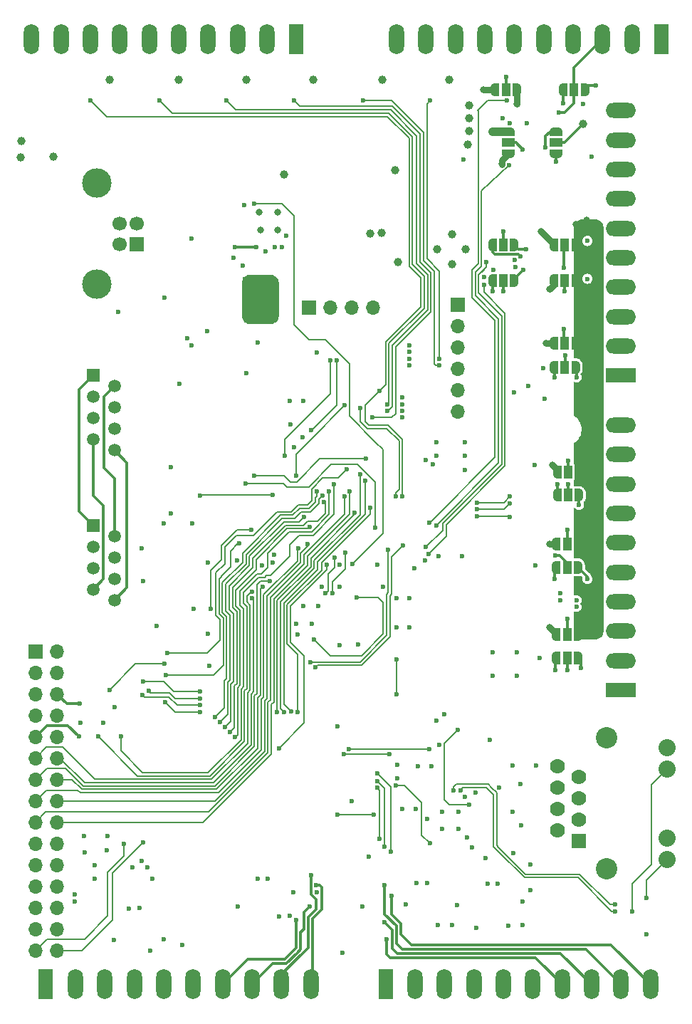
<source format=gbr>
%TF.GenerationSoftware,KiCad,Pcbnew,6.0.0-rc1-unknown-e56e61ffb5~144~ubuntu20.04.1*%
%TF.CreationDate,2021-11-28T18:30:16+01:00*%
%TF.ProjectId,Uni_Printer,556e695f-5072-4696-9e74-65722e6b6963,rev?*%
%TF.SameCoordinates,PX48009e0PY88da2e0*%
%TF.FileFunction,Copper,L4,Bot*%
%TF.FilePolarity,Positive*%
%FSLAX46Y46*%
G04 Gerber Fmt 4.6, Leading zero omitted, Abs format (unit mm)*
G04 Created by KiCad (PCBNEW 6.0.0-rc1-unknown-e56e61ffb5~144~ubuntu20.04.1) date 2021-11-28 18:30:16*
%MOMM*%
%LPD*%
G01*
G04 APERTURE LIST*
G04 Aperture macros list*
%AMFreePoly0*
4,1,22,0.550000,-0.750000,0.000000,-0.750000,0.000000,-0.745033,-0.079941,-0.743568,-0.215256,-0.701293,-0.333266,-0.622738,-0.424486,-0.514219,-0.481581,-0.384460,-0.499164,-0.250000,-0.500000,-0.250000,-0.500000,0.250000,-0.499164,0.250000,-0.499963,0.256109,-0.478152,0.396186,-0.417904,0.524511,-0.324060,0.630769,-0.204165,0.706417,-0.067858,0.745374,0.000000,0.744959,0.000000,0.750000,
0.550000,0.750000,0.550000,-0.750000,0.550000,-0.750000,$1*%
%AMFreePoly1*
4,1,20,0.000000,0.744959,0.073905,0.744508,0.209726,0.703889,0.328688,0.626782,0.421226,0.519385,0.479903,0.390333,0.500000,0.250000,0.500000,-0.250000,0.499851,-0.262216,0.476331,-0.402017,0.414519,-0.529596,0.319384,-0.634700,0.198574,-0.708877,0.061801,-0.746166,0.000000,-0.745033,0.000000,-0.750000,-0.550000,-0.750000,-0.550000,0.750000,0.000000,0.750000,0.000000,0.744959,
0.000000,0.744959,$1*%
G04 Aperture macros list end*
%TA.AperFunction,ComponentPad*%
%ADD10R,1.800000X3.600000*%
%TD*%
%TA.AperFunction,ComponentPad*%
%ADD11O,1.800000X3.600000*%
%TD*%
%TA.AperFunction,ComponentPad*%
%ADD12R,1.500000X1.500000*%
%TD*%
%TA.AperFunction,ComponentPad*%
%ADD13C,1.500000*%
%TD*%
%TA.AperFunction,ComponentPad*%
%ADD14R,3.600000X1.800000*%
%TD*%
%TA.AperFunction,ComponentPad*%
%ADD15O,3.600000X1.800000*%
%TD*%
%TA.AperFunction,ComponentPad*%
%ADD16R,1.700000X1.700000*%
%TD*%
%TA.AperFunction,ComponentPad*%
%ADD17O,1.700000X1.700000*%
%TD*%
%TA.AperFunction,ComponentPad*%
%ADD18R,1.778000X1.778000*%
%TD*%
%TA.AperFunction,ComponentPad*%
%ADD19C,1.778000*%
%TD*%
%TA.AperFunction,ComponentPad*%
%ADD20C,2.032000*%
%TD*%
%TA.AperFunction,ComponentPad*%
%ADD21C,2.540000*%
%TD*%
%TA.AperFunction,ComponentPad*%
%ADD22C,1.700000*%
%TD*%
%TA.AperFunction,ComponentPad*%
%ADD23C,3.500000*%
%TD*%
%TA.AperFunction,SMDPad,CuDef*%
%ADD24FreePoly0,0.000000*%
%TD*%
%TA.AperFunction,SMDPad,CuDef*%
%ADD25R,1.000000X1.500000*%
%TD*%
%TA.AperFunction,SMDPad,CuDef*%
%ADD26FreePoly1,0.000000*%
%TD*%
%TA.AperFunction,SMDPad,CuDef*%
%ADD27FreePoly0,180.000000*%
%TD*%
%TA.AperFunction,SMDPad,CuDef*%
%ADD28FreePoly1,180.000000*%
%TD*%
%TA.AperFunction,SMDPad,CuDef*%
%ADD29FreePoly0,90.000000*%
%TD*%
%TA.AperFunction,SMDPad,CuDef*%
%ADD30R,1.500000X1.000000*%
%TD*%
%TA.AperFunction,SMDPad,CuDef*%
%ADD31FreePoly1,90.000000*%
%TD*%
%TA.AperFunction,SMDPad,CuDef*%
%ADD32FreePoly0,270.000000*%
%TD*%
%TA.AperFunction,SMDPad,CuDef*%
%ADD33FreePoly1,270.000000*%
%TD*%
%TA.AperFunction,ViaPad*%
%ADD34C,0.600000*%
%TD*%
%TA.AperFunction,ViaPad*%
%ADD35C,1.000000*%
%TD*%
%TA.AperFunction,ViaPad*%
%ADD36C,0.800000*%
%TD*%
%TA.AperFunction,Conductor*%
%ADD37C,0.800000*%
%TD*%
%TA.AperFunction,Conductor*%
%ADD38C,0.200000*%
%TD*%
%TA.AperFunction,Conductor*%
%ADD39C,1.000000*%
%TD*%
%TA.AperFunction,Conductor*%
%ADD40C,0.300000*%
%TD*%
G04 APERTURE END LIST*
D10*
X4700000Y7500000D03*
D11*
X8200000Y7500000D03*
X11700000Y7500000D03*
X15200000Y7500000D03*
X18700000Y7500000D03*
X22200000Y7500000D03*
X25700000Y7500000D03*
X29200000Y7500000D03*
X32700000Y7500000D03*
X36200000Y7500000D03*
D12*
X10300000Y79900000D03*
D13*
X12840000Y78630000D03*
X10300000Y77360000D03*
X12840000Y76090000D03*
X10300000Y74820000D03*
X12840000Y73550000D03*
X10300000Y72280000D03*
X12840000Y71010000D03*
D14*
X73100000Y42500000D03*
D15*
X73100000Y46000000D03*
X73100000Y49500000D03*
X73100000Y53000000D03*
X73100000Y56500000D03*
X73100000Y60000000D03*
X73100000Y63500000D03*
X73100000Y67000000D03*
X73100000Y70500000D03*
X73100000Y74000000D03*
D16*
X3500000Y47120000D03*
D17*
X6040000Y47120000D03*
X3500000Y44580000D03*
X6040000Y44580000D03*
X3500000Y42040000D03*
X6040000Y42040000D03*
X3500000Y39500000D03*
X6040000Y39500000D03*
X3500000Y36960000D03*
X6040000Y36960000D03*
X3500000Y34420000D03*
X6040000Y34420000D03*
X3500000Y31880000D03*
X6040000Y31880000D03*
X3500000Y29340000D03*
X6040000Y29340000D03*
X3500000Y26800000D03*
X6040000Y26800000D03*
X3500000Y24260000D03*
X6040000Y24260000D03*
X3500000Y21720000D03*
X6040000Y21720000D03*
X3500000Y19180000D03*
X6040000Y19180000D03*
X3500000Y16640000D03*
X6040000Y16640000D03*
X3500000Y14100000D03*
X6040000Y14100000D03*
X3500000Y11560000D03*
X6040000Y11560000D03*
D16*
X53650000Y88275000D03*
D17*
X53650000Y85735000D03*
X53650000Y83195000D03*
X53650000Y80655000D03*
X53650000Y78115000D03*
X53650000Y75575000D03*
D10*
X77900000Y119900000D03*
D11*
X74400000Y119900000D03*
X70900000Y119900000D03*
X67400000Y119900000D03*
X63900000Y119900000D03*
X60400000Y119900000D03*
X56900000Y119900000D03*
X53400000Y119900000D03*
X49900000Y119900000D03*
X46400000Y119900000D03*
D10*
X34500000Y119900000D03*
D11*
X31000000Y119900000D03*
X27500000Y119900000D03*
X24000000Y119900000D03*
X20500000Y119900000D03*
X17000000Y119900000D03*
X13500000Y119900000D03*
X10000000Y119900000D03*
X6500000Y119900000D03*
X3000000Y119900000D03*
D10*
X45100000Y7500000D03*
D11*
X48600000Y7500000D03*
X52100000Y7500000D03*
X55600000Y7500000D03*
X59100000Y7500000D03*
X62600000Y7500000D03*
X66100000Y7500000D03*
X69600000Y7500000D03*
X73100000Y7500000D03*
X76600000Y7500000D03*
D14*
X73100000Y79900000D03*
D15*
X73100000Y83400000D03*
X73100000Y86900000D03*
X73100000Y90400000D03*
X73100000Y93900000D03*
X73100000Y97400000D03*
X73100000Y100900000D03*
X73100000Y104400000D03*
X73100000Y107900000D03*
X73100000Y111400000D03*
D18*
X68100000Y24600000D03*
D19*
X65560000Y25870000D03*
X68100000Y27140000D03*
X65560000Y28410000D03*
X68100000Y29680000D03*
X65560000Y30950000D03*
X68100000Y32220000D03*
X65560000Y33490000D03*
D20*
X78564800Y22395400D03*
X78564800Y24935000D03*
X78564800Y33130000D03*
X78564800Y35669200D03*
D21*
X71400000Y36795000D03*
X71400000Y21295000D03*
D16*
X15500000Y95500000D03*
D22*
X15500000Y98000000D03*
X13500000Y98000000D03*
X13500000Y95500000D03*
D23*
X10790000Y102770000D03*
X10790000Y90730000D03*
D16*
X36000000Y88000000D03*
D17*
X38540000Y88000000D03*
X41080000Y88000000D03*
X43620000Y88000000D03*
D12*
X10300000Y62100000D03*
D13*
X12840000Y60830000D03*
X10300000Y59560000D03*
X12840000Y58290000D03*
X10300000Y57020000D03*
X12840000Y55750000D03*
X10300000Y54480000D03*
X12840000Y53210000D03*
D24*
X65100000Y95400000D03*
D25*
X66400000Y95400000D03*
D26*
X67700000Y95400000D03*
D27*
X60400000Y91200000D03*
D25*
X59100000Y91200000D03*
D28*
X57800000Y91200000D03*
D24*
X65100000Y91200000D03*
D25*
X66400000Y91200000D03*
D26*
X67700000Y91200000D03*
D24*
X65100000Y83700000D03*
D25*
X66400000Y83700000D03*
D26*
X67700000Y83700000D03*
D27*
X68100000Y65700000D03*
D25*
X66800000Y65700000D03*
D28*
X65500000Y65700000D03*
D24*
X65400000Y59900000D03*
D25*
X66700000Y59900000D03*
D26*
X68000000Y59900000D03*
D27*
X67700000Y80900000D03*
D25*
X66400000Y80900000D03*
D28*
X65100000Y80900000D03*
D27*
X60700000Y113900000D03*
D25*
X59400000Y113900000D03*
D28*
X58100000Y113900000D03*
D24*
X65400000Y49100000D03*
D25*
X66700000Y49100000D03*
D26*
X68000000Y49100000D03*
D24*
X65500000Y68450000D03*
D25*
X66800000Y68450000D03*
D26*
X68100000Y68450000D03*
D29*
X65400000Y106300000D03*
D30*
X65400000Y107600000D03*
D31*
X65400000Y108900000D03*
D27*
X60400000Y95400000D03*
D25*
X59100000Y95400000D03*
D28*
X57800000Y95400000D03*
D27*
X68000000Y46300000D03*
D25*
X66700000Y46300000D03*
D28*
X65400000Y46300000D03*
D24*
X66200000Y113900000D03*
D25*
X67500000Y113900000D03*
D26*
X68800000Y113900000D03*
D27*
X68000000Y57100000D03*
D25*
X66700000Y57100000D03*
D28*
X65400000Y57100000D03*
D32*
X59700000Y108900000D03*
D30*
X59700000Y107600000D03*
D33*
X59700000Y106300000D03*
D34*
X54400000Y105600000D03*
X60700000Y47000000D03*
X33800000Y74100000D03*
X36900000Y82600000D03*
D35*
X54600000Y94900000D03*
D34*
X49800000Y57900000D03*
X51400000Y58400000D03*
X51300000Y14600000D03*
X22300000Y52200000D03*
X39650000Y54795581D03*
X11500000Y38600000D03*
X37490280Y54775125D03*
D35*
X51200000Y94900000D03*
D34*
X60400000Y77900000D03*
X51100000Y72000000D03*
X46400000Y53400000D03*
X15014505Y21391297D03*
X32400000Y15600000D03*
X47900000Y53400000D03*
X59900000Y109900000D03*
X19600000Y63500000D03*
X16800000Y21400000D03*
X53000000Y14600000D03*
X33700000Y15700000D03*
X9300000Y23200000D03*
X60500000Y92800000D03*
X35300000Y52500000D03*
X24000000Y57700000D03*
X51100000Y70400000D03*
X21500000Y84300000D03*
X31700000Y57700000D03*
X67800000Y53200000D03*
X30400000Y57300000D03*
X17100000Y11500000D03*
X57900000Y92500000D03*
X65900000Y53200000D03*
X18700000Y12900000D03*
X44800000Y54800000D03*
X9200000Y25150000D03*
X22000000Y83500000D03*
X61400000Y14587500D03*
X18700000Y62300000D03*
D35*
X53000000Y93100000D03*
D34*
X8800000Y38600000D03*
D35*
X53000000Y96700000D03*
D34*
X34200000Y71400000D03*
X59700000Y14500000D03*
X49900000Y69850000D03*
X37074998Y52500000D03*
X17900000Y50100000D03*
X11950000Y23500000D03*
X12900000Y40500000D03*
X36300000Y50400000D03*
X27000000Y93900000D03*
X20900000Y12200000D03*
X55900000Y14200000D03*
X14600000Y16500000D03*
X53800000Y28000000D03*
X36900000Y18500000D03*
D35*
X46200000Y104300000D03*
D34*
X48800000Y19600000D03*
X34600000Y49150000D03*
X53600000Y16900000D03*
X42300000Y16800000D03*
X31100000Y20100000D03*
X33300000Y96500000D03*
X58600000Y30900000D03*
X23900000Y85200000D03*
X54500000Y68700000D03*
X33700000Y76900000D03*
X64000000Y77100000D03*
X51800000Y26000000D03*
X47100000Y76500000D03*
X50040000Y19600000D03*
X28300000Y100200000D03*
X13300000Y87500000D03*
D35*
X52700000Y115100000D03*
D34*
X50700000Y69350000D03*
X51500000Y36000000D03*
X39600000Y47800000D03*
X69100000Y95900000D03*
X56800000Y91600000D03*
X31900000Y95200000D03*
D35*
X28500000Y115100000D03*
D34*
X24100000Y45400000D03*
D35*
X1700000Y105800000D03*
D34*
X29900000Y83800000D03*
X27500000Y16800000D03*
X57000000Y22500000D03*
D36*
X30200000Y97200000D03*
D34*
X19600000Y69000000D03*
X58400000Y19500000D03*
X61400000Y17387500D03*
X39400000Y38200000D03*
X15800000Y16600000D03*
D35*
X1750000Y107750000D03*
D34*
X54500000Y72000000D03*
X44080000Y57370000D03*
X62100000Y78700000D03*
X51800000Y28000000D03*
X48900000Y33450000D03*
D35*
X36500000Y115100000D03*
D34*
X39620000Y57400000D03*
D35*
X12300000Y115100000D03*
D34*
X28500000Y80200000D03*
X47900000Y83500000D03*
X12800000Y12800000D03*
X22100000Y62300000D03*
X22034411Y96200010D03*
X47100000Y28400000D03*
X35200000Y72600000D03*
X76100000Y13500000D03*
X63800000Y80800000D03*
X69600000Y105900000D03*
D35*
X43250000Y96800000D03*
D34*
X46400000Y50000000D03*
X69100000Y91400000D03*
X47900000Y82700000D03*
X10500000Y21700000D03*
D35*
X5600000Y105900000D03*
D34*
X47100000Y77300000D03*
X40000000Y11300000D03*
X57800000Y47000000D03*
X48500000Y57000000D03*
X59000000Y110500000D03*
D36*
X32300000Y99349998D03*
D34*
X16124500Y59350210D03*
X67800000Y52400000D03*
X60200000Y33500000D03*
X17400000Y20100000D03*
X50550000Y33450000D03*
X34500000Y50400000D03*
X41100000Y29300000D03*
X62800000Y69300000D03*
X47900000Y81900000D03*
D36*
X30100000Y99349998D03*
D34*
X57200000Y19500000D03*
X18800000Y89200000D03*
X47100000Y74900000D03*
X57500000Y36600000D03*
X52100000Y39600000D03*
D35*
X44700000Y115100000D03*
D34*
X47100000Y75700000D03*
X61900000Y109900000D03*
X41800000Y47900000D03*
X34100000Y18500000D03*
D35*
X44650000Y96850000D03*
D34*
X54500000Y70400000D03*
X63400000Y46300000D03*
X54200000Y58400000D03*
D35*
X33000000Y103800000D03*
D34*
X47900000Y81100000D03*
X47500000Y17000000D03*
X43100000Y22700000D03*
X35300000Y76900000D03*
X12000000Y25150000D03*
X10500000Y20100000D03*
X27400000Y57900000D03*
X16100000Y22200000D03*
X29900000Y20100000D03*
X24000000Y49200000D03*
X32800000Y95200000D03*
D36*
X32300000Y97200000D03*
D34*
X62300000Y18700000D03*
D35*
X20500000Y115100000D03*
D34*
X20600000Y78900000D03*
X16221011Y55421011D03*
X53800000Y26000000D03*
X47900000Y50000000D03*
X60434358Y93650000D03*
X62900000Y57300000D03*
X65900000Y54000003D03*
X28100000Y93000000D03*
X30800000Y94700000D03*
D35*
X46600000Y93400000D03*
D34*
X31800000Y58600000D03*
X68600000Y112200000D03*
D36*
X58900000Y105100000D03*
X56700000Y113900000D03*
X69000000Y98400000D03*
D34*
X30600000Y87100000D03*
X31700000Y87100000D03*
X28500000Y87100000D03*
X28400000Y91400000D03*
X30600000Y91400000D03*
X31700000Y91400000D03*
X29500000Y87100000D03*
D36*
X67700000Y97900000D03*
D34*
X29400000Y91400000D03*
X50300000Y35500000D03*
X40700000Y35500000D03*
X39407114Y27692886D03*
X43700000Y27692886D03*
X36600000Y48500000D03*
X41700000Y53500000D03*
X29500000Y100300000D03*
X41140000Y57480000D03*
X35400000Y63100000D03*
X26000000Y38100000D03*
X56000000Y63200000D03*
X59900000Y63100000D03*
X56000000Y64800000D03*
X59875735Y65524265D03*
X59900000Y64700000D03*
X56000000Y64000000D03*
X26600000Y37500000D03*
X37787851Y64860000D03*
D36*
X64200000Y83700000D03*
D35*
X55000000Y110500000D03*
D36*
X64600000Y59900000D03*
X64600000Y50000000D03*
X60700000Y112200000D03*
D35*
X54900000Y107400000D03*
X55000000Y109000000D03*
D36*
X64900000Y69300000D03*
X64600000Y90200000D03*
X63600000Y97000000D03*
D35*
X55000000Y112000000D03*
D36*
X57800000Y108900000D03*
D34*
X57100000Y93400000D03*
X49900000Y59500000D03*
X56775021Y90700000D03*
X50200000Y58700000D03*
X59500000Y112600000D03*
X50300000Y62400000D03*
X59800000Y104900000D03*
X51100000Y62100000D03*
X33865019Y39932041D03*
X23000000Y41500003D03*
X16900000Y42400000D03*
X42640000Y67400000D03*
X66500000Y82300000D03*
X23000000Y42300006D03*
X43240000Y64200000D03*
X16300000Y43500000D03*
X34664965Y39922604D03*
X18800000Y45600000D03*
X12250000Y42500000D03*
X18900000Y41100000D03*
X32200000Y39900000D03*
X41400000Y63600000D03*
X23049011Y39900846D03*
X45200000Y12900000D03*
X45000000Y14900000D03*
X45800000Y18000000D03*
X42040000Y68140000D03*
X16200000Y41900000D03*
X23000000Y40700000D03*
X33024265Y39924265D03*
X45000000Y19300000D03*
X36200000Y20500000D03*
X27675000Y59925000D03*
X19000000Y44300000D03*
X36850000Y19298437D03*
X19100000Y46900000D03*
X40480000Y68740000D03*
X36100000Y16800000D03*
X34500000Y15200000D03*
X44375735Y24775735D03*
X44074265Y30900000D03*
X45000000Y23899980D03*
X44113494Y31709300D03*
X45700000Y23299980D03*
X44085662Y32585662D03*
X8100000Y17400000D03*
X8124265Y18224265D03*
X66700000Y44900000D03*
X65300000Y44900000D03*
X65300000Y58500000D03*
X65200000Y55700000D03*
X66800000Y67000000D03*
X65500000Y67000000D03*
X65200000Y79700000D03*
X68300000Y45100000D03*
X69100000Y55700000D03*
X39020000Y58280000D03*
X37914579Y54000000D03*
X29200000Y54200000D03*
X48700000Y28400000D03*
X57800000Y44200000D03*
X55400000Y23800000D03*
X60300000Y23100000D03*
X61200000Y26400000D03*
X54500000Y29800000D03*
X63000000Y33500000D03*
X46450000Y33600000D03*
X60700000Y44200000D03*
X50000000Y27200000D03*
X46450000Y32000000D03*
X62300000Y21800000D03*
X54800000Y25000000D03*
X61100000Y31300000D03*
X60200000Y28000000D03*
X55800000Y30300000D03*
X51100000Y38900000D03*
X38790000Y54000000D03*
X29200000Y53400000D03*
X40310000Y58890000D03*
X31324266Y55424266D03*
X68100000Y64500000D03*
X65700000Y111200000D03*
X30475735Y54824265D03*
X34715735Y59364265D03*
X66700000Y61600000D03*
X66800000Y69800000D03*
X66300000Y85400000D03*
X25400000Y38700000D03*
X37620000Y65660000D03*
X24800000Y39300000D03*
X36940000Y66150000D03*
X43840001Y61840001D03*
X28490000Y67080000D03*
X66300000Y92700000D03*
X61800000Y94900000D03*
X61100000Y94100000D03*
X23000000Y65650000D03*
X31659265Y65669265D03*
X59400000Y115400000D03*
X66200000Y112300000D03*
X70100000Y114400000D03*
X53700000Y37800000D03*
X55000000Y28900000D03*
X29700000Y95200000D03*
X27200000Y95200000D03*
X66400000Y89924990D03*
X61500000Y92500000D03*
X57800000Y89900000D03*
X61400000Y106800000D03*
X46425000Y42000000D03*
X46350000Y31200000D03*
X50375735Y24275735D03*
X46375000Y46125000D03*
X45550000Y34900000D03*
X40100000Y34900000D03*
X67800000Y79700000D03*
X59100000Y89900000D03*
X72400000Y17000000D03*
X53199265Y30550735D03*
X72400000Y16200000D03*
X54000000Y30600000D03*
X74400000Y16200000D03*
X76100000Y17800000D03*
X65400000Y105300000D03*
X64100000Y107000000D03*
X40200000Y76400000D03*
X34430000Y68030000D03*
X50400000Y112600000D03*
X51500000Y81900000D03*
X34200000Y112600000D03*
X43500000Y74900000D03*
X18200000Y112600000D03*
X45300000Y76500000D03*
X42100000Y76000000D03*
X46300000Y65500000D03*
X51500000Y81100000D03*
X42400000Y112600000D03*
X26200000Y112600000D03*
X45300000Y75700000D03*
X44400000Y78100000D03*
X10000000Y112600000D03*
X47100000Y65500000D03*
X29150000Y61550000D03*
X24290000Y52200000D03*
X59100000Y97000000D03*
D35*
X68600000Y109800000D03*
D34*
X33100000Y70400000D03*
X38500000Y81700000D03*
X36224989Y73400000D03*
X39300000Y81700000D03*
X47140000Y59700000D03*
X36771014Y45240000D03*
X36180000Y45840000D03*
X45400000Y59200000D03*
X36075735Y61924265D03*
X27200000Y36900000D03*
X32400000Y35600000D03*
X38097571Y57400000D03*
X35775468Y59824532D03*
X38387851Y66100000D03*
X13600000Y37000000D03*
X38987851Y66985421D03*
X10900000Y37000000D03*
X8600000Y37000000D03*
X66700000Y51000000D03*
X13975000Y24225000D03*
X16275000Y24400000D03*
X8700000Y40900000D03*
X42800000Y70000000D03*
X29475000Y67975000D03*
X40190000Y65500000D03*
X40790000Y66110000D03*
D37*
X59700000Y106300000D02*
X58900000Y105500000D01*
X68150000Y68450000D02*
X68100000Y68450000D01*
X56700000Y113900000D02*
X58100000Y113900000D01*
X58900000Y105500000D02*
X58900000Y105027867D01*
D38*
X50300000Y35500000D02*
X40700000Y35500000D01*
X43700000Y27692886D02*
X39407114Y27692886D01*
X44800000Y49160000D02*
X44800000Y50250000D01*
X44799999Y62259999D02*
X44799999Y71100001D01*
X32800000Y100300000D02*
X34200000Y98900000D01*
X37950000Y84150000D02*
X35950000Y84150000D01*
X42240000Y46600000D02*
X38500000Y46600000D01*
X40800000Y75100000D02*
X40800000Y81300000D01*
X38500000Y46600000D02*
X36600000Y48500000D01*
X34200000Y98900000D02*
X34200000Y85900000D01*
X44200000Y53500000D02*
X44800000Y52900000D01*
X44800000Y52900000D02*
X44800000Y50250000D01*
X40800000Y81300000D02*
X37950000Y84150000D01*
X42240000Y46600000D02*
X44800000Y49160000D01*
X35950000Y84150000D02*
X34200000Y85900000D01*
X44799999Y61139999D02*
X44799999Y62259999D01*
X43900000Y72000000D02*
X44799999Y71100001D01*
X41140000Y57480000D02*
X44799999Y61139999D01*
X29500000Y100300000D02*
X32800000Y100300000D01*
X43900000Y72000000D02*
X40800000Y75100000D01*
X41700000Y53500000D02*
X44200000Y53500000D01*
X33000000Y62500000D02*
X34800000Y62500000D01*
X26700000Y38800000D02*
X26700000Y43200000D01*
X34800000Y62500000D02*
X35400000Y63100000D01*
X26000000Y38100000D02*
X26700000Y38800000D01*
X28900000Y58400000D02*
X33000000Y62500000D01*
X27000000Y51600000D02*
X26500000Y52100000D01*
X26500000Y54900000D02*
X28900000Y57300000D01*
X27000000Y43500000D02*
X27000000Y51600000D01*
X26700000Y43200000D02*
X27000000Y43500000D01*
X28900000Y57300000D02*
X28900000Y58400000D01*
X26500000Y52100000D02*
X26500000Y54900000D01*
X56000000Y63200000D02*
X59800000Y63200000D01*
X59800000Y63200000D02*
X59900000Y63100000D01*
X56000000Y64800000D02*
X59151470Y64800000D01*
X59151470Y64800000D02*
X59875735Y65524265D01*
X56000000Y64000000D02*
X59200000Y64000000D01*
X59200000Y64000000D02*
X59900000Y64700000D01*
X35800000Y62600000D02*
X37000000Y62600000D01*
X29300000Y57100000D02*
X29300000Y58200000D01*
X27100000Y38000000D02*
X27100000Y43000000D01*
X37900000Y64060000D02*
X37900000Y64747851D01*
X27400000Y51800000D02*
X26900000Y52300000D01*
X26600000Y37500000D02*
X27100000Y38000000D01*
X37000000Y62600000D02*
X37900000Y63500000D01*
X27400000Y43300000D02*
X27400000Y44300000D01*
X29300000Y58200000D02*
X33200000Y62100000D01*
X26900000Y52300000D02*
X26900000Y54700000D01*
X37900000Y64747851D02*
X37787851Y64860000D01*
X33200000Y62100000D02*
X35300000Y62100000D01*
X37900000Y63500000D02*
X37900000Y64060000D01*
X27400000Y44300000D02*
X27400000Y51800000D01*
X27100000Y43000000D02*
X27400000Y43300000D01*
X26900000Y54700000D02*
X29300000Y57100000D01*
X35300000Y62100000D02*
X35800000Y62600000D01*
D37*
X65400000Y59900000D02*
X64600000Y59900000D01*
X65100000Y91200000D02*
X65100000Y90700000D01*
D39*
X57800000Y108900000D02*
X58599998Y108900000D01*
D37*
X65100000Y95400000D02*
X65100000Y95500000D01*
X65100000Y90700000D02*
X64600000Y90200000D01*
X65400000Y49100000D02*
X64600000Y50000000D01*
X65100000Y95500000D02*
X63600000Y97000000D01*
X65500000Y68700000D02*
X64900000Y69300000D01*
D39*
X59700000Y108900000D02*
X59685000Y108885000D01*
D37*
X65100000Y83700000D02*
X64200000Y83700000D01*
X65500000Y68450000D02*
X65500000Y68700000D01*
D39*
X58599998Y108900000D02*
X59700000Y108900000D01*
D37*
X60700000Y113900000D02*
X60700000Y112200000D01*
D38*
X58900000Y87000000D02*
X56175011Y89724989D01*
X58900000Y69334302D02*
X58900000Y87000000D01*
X49900000Y59500000D02*
X51900000Y61500000D01*
X56175011Y91875011D02*
X56800000Y92500000D01*
X56175011Y89724989D02*
X56175011Y91875011D01*
X51900000Y61500000D02*
X51900000Y62334302D01*
X56175011Y91875011D02*
X57100000Y92800000D01*
X51900000Y62334302D02*
X58900000Y69334302D01*
X57100000Y92800000D02*
X57100000Y93400000D01*
X56775021Y89824979D02*
X56775021Y90700000D01*
X59300000Y71100000D02*
X59300018Y71099982D01*
X52300008Y62168596D02*
X52300008Y60800008D01*
X52300008Y60800008D02*
X50200000Y58700000D01*
X59300000Y87300000D02*
X59300000Y86400000D01*
X59300000Y87300000D02*
X59300000Y71100000D01*
X52300000Y62168604D02*
X52300008Y62168596D01*
X59300017Y69168621D02*
X52300000Y62168604D01*
X59300018Y71099982D02*
X59300017Y69168621D01*
X59300000Y87300000D02*
X56775021Y89824979D01*
X55374971Y92474971D02*
X56100000Y93200000D01*
X58100000Y86450000D02*
X58100000Y85550000D01*
X57200000Y112600000D02*
X59500000Y112600000D01*
X55374971Y89175029D02*
X55374971Y90350029D01*
X50600000Y62700000D02*
X50300000Y62400000D01*
X55374971Y89175029D02*
X55374971Y92474971D01*
X56050000Y111450000D02*
X57200000Y112600000D01*
X58100000Y86450000D02*
X58100000Y70200000D01*
X58100000Y86450000D02*
X55374971Y89175029D01*
X56100000Y93200000D02*
X56100000Y111400000D01*
X58100000Y70200000D02*
X50600000Y62700000D01*
X56100000Y111400000D02*
X56050000Y111450000D01*
X55774991Y89375007D02*
X55774991Y92174991D01*
X56500000Y99000000D02*
X56500000Y99400000D01*
X59800000Y104900000D02*
X56500000Y101900000D01*
X58500000Y69500000D02*
X51100000Y62100000D01*
X55774991Y92174991D02*
X56500000Y92900000D01*
X55774991Y89375007D02*
X55924999Y89224999D01*
X56500000Y101900000D02*
X56500000Y99000000D01*
X58500000Y86649998D02*
X58500000Y69500000D01*
X55774991Y89375007D02*
X58500000Y86649998D01*
X56500000Y92900000D02*
X56500000Y99000000D01*
X20099997Y41500003D02*
X19400000Y42200000D01*
X23000000Y41500003D02*
X20099997Y41500003D01*
X33000066Y40796994D02*
X33000066Y52817857D01*
X33000066Y52817857D02*
X37000066Y56817857D01*
X19400000Y42200000D02*
X17100000Y42200000D01*
X37000066Y56817857D02*
X37000066Y57746364D01*
X42640000Y63386300D02*
X42640000Y67400000D01*
X37000066Y57746364D02*
X42640000Y63386300D01*
X17100000Y42200000D02*
X16900000Y42400000D01*
X33865019Y39932041D02*
X33000066Y40796994D01*
D40*
X66500000Y80900000D02*
X66500000Y82300000D01*
D38*
X43240000Y63420602D02*
X43240000Y64200000D01*
X23000000Y42300006D02*
X19899994Y42300006D01*
X33400077Y52652169D02*
X37497570Y56749662D01*
X18700000Y43500000D02*
X16300000Y43500000D01*
X34664965Y46735035D02*
X33400077Y47999923D01*
X37497570Y57678167D02*
X43240000Y63420602D01*
X37497570Y56749662D02*
X37497570Y57678167D01*
X19899994Y42300006D02*
X18700000Y43500000D01*
X33400077Y47999923D02*
X33400077Y52652169D01*
X34664965Y39922604D02*
X34664965Y46735035D01*
X12250000Y42500000D02*
X15350000Y45600000D01*
X15350000Y45600000D02*
X18800000Y45600000D01*
X18900000Y41100000D02*
X20099154Y39900846D01*
X20099154Y39900846D02*
X23049011Y39900846D01*
X41400000Y63400000D02*
X41400000Y63600000D01*
X36200044Y57149234D02*
X36200044Y58200044D01*
X32200044Y53149234D02*
X36200044Y57149234D01*
X32200000Y39900000D02*
X32200044Y39900044D01*
X32200044Y39900044D02*
X32200044Y53149234D01*
X36200044Y58200044D02*
X41400000Y63400000D01*
D40*
X62900000Y10700000D02*
X45600000Y10700000D01*
X63400000Y10200000D02*
X62900000Y10700000D01*
X45600000Y10700000D02*
X45200000Y11100000D01*
X66100000Y7500000D02*
X63400000Y10200000D01*
X45200000Y11100000D02*
X45200000Y12900000D01*
X65900000Y11200000D02*
X46500000Y11200000D01*
X45900000Y11800000D02*
X45900000Y14000000D01*
X45900000Y14000000D02*
X45000000Y14900000D01*
X46500000Y11200000D02*
X45900000Y11800000D01*
X69600000Y7500000D02*
X65900000Y11200000D01*
X76600000Y7500000D02*
X71900000Y12200000D01*
X46900020Y13499980D02*
X46900020Y14699980D01*
X71900000Y12200000D02*
X48200000Y12200000D01*
X48200000Y12200000D02*
X46900020Y13499980D01*
X45800000Y15800000D02*
X45800000Y18000000D01*
X46900020Y14699980D02*
X45800000Y15800000D01*
D38*
X20300000Y40700000D02*
X19299999Y41700001D01*
X32600055Y52983545D02*
X36600055Y56983545D01*
X32600055Y40348475D02*
X32600055Y52983545D01*
X36600055Y57912053D02*
X42040000Y63351998D01*
X23000000Y40700000D02*
X20300000Y40700000D01*
X19299999Y41700001D02*
X16399999Y41700001D01*
X42040000Y63351998D02*
X42040000Y68140000D01*
X36600055Y56983545D02*
X36600055Y57912053D01*
X16399999Y41700001D02*
X16200000Y41900000D01*
X33024265Y39924265D02*
X32600055Y40348475D01*
D40*
X46400010Y12399990D02*
X46400010Y14461992D01*
X46400010Y14461992D02*
X45000000Y15862002D01*
X73100000Y7500000D02*
X68900000Y11700000D01*
X47100000Y11700000D02*
X46400010Y12399990D01*
X45000000Y15862002D02*
X45000000Y19300000D01*
X68900000Y11700000D02*
X47100000Y11700000D01*
X35457120Y11442880D02*
X35900010Y11885770D01*
X32700000Y7500000D02*
X32700000Y8685760D01*
X35900010Y15500010D02*
X36800000Y16400000D01*
X32700000Y8685760D02*
X35457120Y11442880D01*
X35900010Y11885770D02*
X35900010Y15500010D01*
X36800000Y16400000D02*
X36800000Y17600000D01*
X36200000Y18200000D02*
X36200000Y20500000D01*
X36800000Y17600000D02*
X36200000Y18200000D01*
D38*
X27550000Y59925000D02*
X27675000Y59925000D01*
X25554837Y56054837D02*
X26675000Y57175000D01*
X25290000Y51570000D02*
X25290000Y55708530D01*
X26675000Y59050000D02*
X27550000Y59925000D01*
X19000000Y44300000D02*
X24600000Y44300000D01*
X25800000Y51060000D02*
X25290000Y51570000D01*
X25554837Y55973367D02*
X25554837Y56054837D01*
X26675000Y57175000D02*
X26675000Y59050000D01*
X25800000Y45500000D02*
X25800000Y51060000D01*
X24600000Y44300000D02*
X25800000Y45500000D01*
X25290000Y55708530D02*
X25554837Y55973367D01*
D40*
X37550001Y19022700D02*
X37550001Y16442881D01*
X36400020Y15292900D02*
X36400020Y7700020D01*
X37550001Y16442881D02*
X36400020Y15292900D01*
X37274264Y19298437D02*
X37550001Y19022700D01*
X36850000Y19298437D02*
X37274264Y19298437D01*
X36400020Y7700020D02*
X36200000Y7500000D01*
D38*
X25400000Y50870000D02*
X24890000Y51380000D01*
X24890000Y51380000D02*
X24890000Y56438002D01*
X36320000Y65050000D02*
X36320000Y66418002D01*
X29363499Y60911501D02*
X32161998Y63710000D01*
X37601998Y67700000D02*
X39440000Y67700000D01*
X33880000Y63710000D02*
X34700000Y64530000D01*
X27336501Y60911501D02*
X29363499Y60911501D01*
X23900000Y46900000D02*
X25400000Y48400000D01*
X25400000Y48400000D02*
X25400000Y50870000D01*
X32161998Y63710000D02*
X33880000Y63710000D01*
X25975999Y57524001D02*
X25975999Y59550999D01*
X35800000Y64530000D02*
X36320000Y65050000D01*
X39440000Y67700000D02*
X40480000Y68740000D01*
X19100000Y46900000D02*
X23900000Y46900000D01*
X25975999Y59550999D02*
X27336501Y60911501D01*
X24890000Y56438002D02*
X25975999Y57524001D01*
X36320000Y66418002D02*
X37601998Y67700000D01*
X34700000Y64530000D02*
X35800000Y64530000D01*
D40*
X34603560Y11296440D02*
X35000010Y11692890D01*
X32600000Y10000000D02*
X32600008Y9999992D01*
X33307112Y9999992D02*
X34603560Y11296440D01*
X35000010Y13692890D02*
X35400000Y14092880D01*
X31700000Y10000000D02*
X29200000Y7500000D01*
X35400000Y14092880D02*
X35400000Y16100000D01*
X32600000Y10000000D02*
X31700000Y10000000D01*
X32600008Y9999992D02*
X33307112Y9999992D01*
X35400000Y16100000D02*
X36100000Y16800000D01*
X35000010Y11692890D02*
X35000010Y13692890D01*
X34500000Y11900000D02*
X33100000Y10500000D01*
X28700000Y10500000D02*
X25700000Y7500000D01*
X33100000Y10500000D02*
X28700000Y10500000D01*
X34500000Y15200000D02*
X34500000Y11900000D01*
D38*
X44375735Y24775735D02*
X44375735Y30598530D01*
X44375735Y30598530D02*
X44074265Y30900000D01*
X45000000Y30822794D02*
X44113494Y31709300D01*
X45000000Y23899980D02*
X45000000Y30822794D01*
X45700000Y31010796D02*
X44125134Y32585662D01*
X44125134Y32585662D02*
X44085662Y32585662D01*
X45700000Y23299980D02*
X45700000Y31010796D01*
D40*
X66700000Y44900000D02*
X66700000Y45800000D01*
X66700000Y45800000D02*
X66700000Y46300000D01*
X65300000Y46200000D02*
X65400000Y46300000D01*
X65300000Y44900000D02*
X65300000Y46200000D01*
X66700000Y57594990D02*
X66700000Y57100000D01*
X65794990Y58500000D02*
X66700000Y57594990D01*
X65300000Y58500000D02*
X65794990Y58500000D01*
X65200000Y55700000D02*
X65200000Y56900000D01*
X65200000Y56900000D02*
X65400000Y57100000D01*
X66800000Y65700000D02*
X66800000Y67000000D01*
X65500000Y65700000D02*
X65500000Y67000000D01*
X65200000Y80900000D02*
X65200000Y79700000D01*
X68300000Y45100000D02*
X68300000Y46000000D01*
X68300000Y46000000D02*
X68000000Y46300000D01*
X69100000Y55700000D02*
X69100000Y56000000D01*
X69100000Y56000000D02*
X68000000Y57100000D01*
D38*
X28599999Y53000001D02*
X28599999Y53699999D01*
X4780000Y35700000D02*
X6700000Y35700000D01*
X29000000Y52200000D02*
X29000000Y52600000D01*
X10500000Y31900000D02*
X24400000Y31900000D01*
X38230000Y54315421D02*
X38230000Y56270000D01*
X28700000Y42200000D02*
X29000000Y42500000D01*
X28599999Y53699999D02*
X29100000Y54200000D01*
X38230000Y56270000D02*
X39020000Y57060000D01*
X29100000Y54200000D02*
X29200000Y54200000D01*
X28700000Y36200000D02*
X28700000Y42200000D01*
X3500000Y34420000D02*
X4780000Y35700000D01*
X6700000Y35700000D02*
X10500000Y31900000D01*
X39020000Y57060000D02*
X39020000Y58280000D01*
X29000000Y52600000D02*
X28599999Y53000001D01*
X24400000Y31900000D02*
X28700000Y36200000D01*
X37914579Y54000000D02*
X38230000Y54315421D01*
X29000000Y42500000D02*
X29000000Y52200000D01*
X29400000Y42300000D02*
X29400000Y53200000D01*
X40310000Y56930000D02*
X40310000Y58890000D01*
X6377094Y34420000D02*
X9297094Y31500000D01*
X6040000Y34420000D02*
X6377094Y34420000D01*
X38790000Y54000000D02*
X38790000Y55410000D01*
X29100000Y42000000D02*
X29400000Y42300000D01*
X29100000Y36000000D02*
X29100000Y42000000D01*
X29400000Y53200000D02*
X29200000Y53400000D01*
X24600000Y31500000D02*
X29100000Y36000000D01*
X38790000Y55410000D02*
X40310000Y56930000D01*
X9297094Y31500000D02*
X24600000Y31500000D01*
X30224266Y55424266D02*
X31324266Y55424266D01*
X29800000Y55000000D02*
X30224266Y55424266D01*
X29800000Y42100000D02*
X29800000Y53500000D01*
X4820000Y33200000D02*
X7031396Y33200000D01*
X7031396Y33200000D02*
X9131396Y31100000D01*
X29800000Y53500000D02*
X29800000Y54200000D01*
X3500000Y31880000D02*
X4820000Y33200000D01*
X29500000Y41800000D02*
X29800000Y42100000D01*
X24800000Y31100000D02*
X29500000Y35800000D01*
X29500000Y35800000D02*
X29500000Y41800000D01*
X9131396Y31100000D02*
X24800000Y31100000D01*
X29800000Y54200000D02*
X29800000Y55000000D01*
D40*
X68100000Y64500000D02*
X68100000Y65700000D01*
X66400000Y111200000D02*
X65700000Y111200000D01*
X67500000Y116500000D02*
X70900000Y119900000D01*
X67500000Y112300000D02*
X66400000Y111200000D01*
X67500000Y113900000D02*
X67500000Y112300000D01*
X67500000Y113900000D02*
X67500000Y116500000D01*
D38*
X25000000Y30700000D02*
X29900000Y35600000D01*
X7785699Y31879999D02*
X8965698Y30700000D01*
X30200000Y54548530D02*
X30475735Y54824265D01*
X30200000Y53500000D02*
X30200000Y54548530D01*
X30200000Y41900000D02*
X30200000Y53500000D01*
X29900000Y41600000D02*
X30200000Y41900000D01*
X29900000Y35600000D02*
X29900000Y41600000D01*
X6040000Y31880000D02*
X7785699Y31879999D01*
X8965698Y30700000D02*
X25000000Y30700000D01*
X30600000Y41665698D02*
X30600000Y53811998D01*
X25200000Y30300000D02*
X30300000Y35400000D01*
X3500000Y29340000D02*
X4760000Y30600000D01*
X4760000Y30600000D02*
X8500000Y30600000D01*
X30600000Y53811998D02*
X34600000Y57811998D01*
X8500000Y30600000D02*
X8800000Y30300000D01*
X30300001Y41365699D02*
X30600000Y41665698D01*
X34600000Y59248530D02*
X34715735Y59364265D01*
X30300000Y35400000D02*
X30300001Y41365699D01*
X34600000Y57811998D02*
X34600000Y59248530D01*
X8800000Y30300000D02*
X25200000Y30300000D01*
D40*
X66700000Y59900000D02*
X66700000Y61600000D01*
X66800000Y68450000D02*
X66800000Y69800000D01*
X66300000Y85400000D02*
X66300000Y83800000D01*
X66300000Y83800000D02*
X66400000Y83700000D01*
D38*
X26100000Y55100000D02*
X28500000Y57500000D01*
X28500000Y58600000D02*
X32800000Y62900000D01*
X37150000Y65190000D02*
X37620000Y65660000D01*
X32800000Y62900000D02*
X34270000Y62900000D01*
X37150000Y64710000D02*
X37150000Y65190000D01*
X36140001Y63700001D02*
X37150000Y64710000D01*
X26600000Y43700000D02*
X26600000Y51434302D01*
X26300000Y39600000D02*
X26300000Y43400000D01*
X26100000Y51934302D02*
X26100000Y55100000D01*
X26300000Y43400000D02*
X26600000Y43700000D01*
X26600000Y51434302D02*
X26100000Y51934302D01*
X34270000Y62900000D02*
X35070001Y63700001D01*
X28500000Y57500000D02*
X28500000Y58600000D01*
X25400000Y38700000D02*
X26300000Y39600000D01*
X35070001Y63700001D02*
X36140001Y63700001D01*
X25690000Y55260000D02*
X28100000Y57670000D01*
X35960000Y64110000D02*
X36750000Y64900000D01*
X26200000Y43900000D02*
X26200000Y51260000D01*
X36940000Y65550000D02*
X36940000Y66150000D01*
X25900000Y40400000D02*
X25900000Y43600000D01*
X28100000Y58780000D02*
X32630000Y63310000D01*
X32630000Y63310000D02*
X34050000Y63310000D01*
X34050000Y63310000D02*
X34850000Y64110000D01*
X25900000Y43600000D02*
X26200000Y43900000D01*
X34850000Y64110000D02*
X35960000Y64110000D01*
X26200000Y51260000D02*
X25690000Y51770000D01*
X36750000Y65360000D02*
X36940000Y65550000D01*
X25690000Y51770000D02*
X25690000Y55260000D01*
X36750000Y64900000D02*
X36750000Y65360000D01*
X24800000Y39300000D02*
X25900000Y40400000D01*
X28100000Y57670000D02*
X28100000Y58780000D01*
X35950000Y66650000D02*
X33350000Y66650000D01*
X32920000Y67080000D02*
X28490000Y67080000D01*
X43840001Y61840001D02*
X43840001Y67228001D01*
X33350000Y66650000D02*
X32920000Y67080000D01*
X43840001Y67228001D02*
X41718002Y69350000D01*
X38650000Y69350000D02*
X35950000Y66650000D01*
X41718002Y69350000D02*
X38650000Y69350000D01*
D40*
X66300000Y95300000D02*
X66400000Y95400000D01*
X66300000Y92700000D02*
X66300000Y95300000D01*
X60900000Y94900000D02*
X60400000Y95400000D01*
X61800000Y94900000D02*
X60900000Y94900000D01*
X58100000Y94300000D02*
X60900000Y94300000D01*
X57800000Y95400000D02*
X57800000Y94600000D01*
X57800000Y94600000D02*
X58100000Y94300000D01*
X60900000Y94300000D02*
X61100000Y94100000D01*
D38*
X23019265Y65669265D02*
X23000000Y65650000D01*
X31659265Y65669265D02*
X23019265Y65669265D01*
D40*
X59400000Y113900000D02*
X59400000Y115400000D01*
X66200000Y113900000D02*
X66200000Y112300000D01*
X70100000Y114400000D02*
X69300000Y114400000D01*
X69300000Y114400000D02*
X68800000Y113900000D01*
D38*
X52700000Y28900000D02*
X52100000Y29500000D01*
X55000000Y28900000D02*
X52700000Y28900000D01*
X52100000Y29500000D02*
X52100000Y36200000D01*
X52100000Y36200000D02*
X53700000Y37800000D01*
D40*
X29700000Y95200000D02*
X27200000Y95200000D01*
X66400000Y91200000D02*
X66400000Y89924990D01*
X60400000Y91400000D02*
X61500000Y92500000D01*
X60400000Y91200000D02*
X60400000Y91400000D01*
X57800000Y89900000D02*
X57800000Y91200000D01*
X59700000Y107600000D02*
X60600000Y107600000D01*
X60600000Y107600000D02*
X61400000Y106800000D01*
D38*
X46375000Y46125000D02*
X46375000Y42050000D01*
X49400000Y29100000D02*
X49400000Y25251470D01*
X49400000Y25251470D02*
X50375735Y24275735D01*
X46375000Y42050000D02*
X46425000Y42000000D01*
X47300000Y31200000D02*
X46350000Y31200000D01*
X49400000Y29100000D02*
X47300000Y31200000D01*
X45550000Y34900000D02*
X40100000Y34900000D01*
D40*
X67800000Y80900000D02*
X67800000Y79700000D01*
X59100000Y89900000D02*
X59100000Y91200000D01*
D38*
X58532849Y23832849D02*
X58300000Y24065698D01*
X58300000Y30300000D02*
X57700000Y30900000D01*
X53199265Y30974999D02*
X53524266Y31300000D01*
X58532849Y23832849D02*
X61765698Y20600000D01*
X55865698Y31300000D02*
X57300000Y31300000D01*
X53199265Y30550735D02*
X53199265Y30974999D01*
X53524266Y31300000D02*
X55865698Y31300000D01*
X61765698Y20600000D02*
X61765706Y20600008D01*
X61765706Y20600008D02*
X68165690Y20600008D01*
X57300000Y31300000D02*
X57700000Y30900000D01*
X58300000Y24065698D02*
X58300000Y30300000D01*
X71765698Y17000000D02*
X72400000Y17000000D01*
X68165690Y20600008D02*
X71765698Y17000000D01*
X61600000Y20200000D02*
X68000000Y20200000D01*
X72000000Y16200000D02*
X72400000Y16200000D01*
X57900000Y30100000D02*
X57100000Y30900000D01*
X57900000Y23900000D02*
X57900000Y30100000D01*
X58500000Y23300000D02*
X57900000Y23900000D01*
X57100000Y30900000D02*
X54299999Y30899999D01*
X68000000Y20200000D02*
X72000000Y16200000D01*
X54299999Y30899999D02*
X54000000Y30600000D01*
X58500000Y23300000D02*
X61600000Y20200000D01*
X76700000Y31265200D02*
X78564800Y33130000D01*
X74400000Y19500000D02*
X76700000Y21800000D01*
X74400000Y16200000D02*
X74400000Y19500000D01*
X76700000Y21800000D02*
X76700000Y31265200D01*
X76100000Y19930600D02*
X78564800Y22395400D01*
X76100000Y17800000D02*
X76100000Y19930600D01*
D40*
X65400000Y106300000D02*
X65400000Y105300000D01*
X64100000Y107000000D02*
X64100000Y108344959D01*
X64655041Y108900000D02*
X65400000Y108900000D01*
X64100000Y108344959D02*
X64655041Y108900000D01*
D38*
X50000000Y93800000D02*
X50000000Y112200000D01*
X51500000Y92300000D02*
X50000000Y93800000D01*
X51500000Y81900000D02*
X51500000Y92300000D01*
X34430000Y70530000D02*
X34430000Y68030000D01*
X50000000Y112200000D02*
X50400000Y112600000D01*
X36135000Y72235000D02*
X34430000Y70530000D01*
X40200000Y76400000D02*
X36135000Y72235000D01*
X45800000Y74900000D02*
X46300000Y75400000D01*
X34900000Y111900000D02*
X45900000Y111900000D01*
X49200000Y93800000D02*
X49200000Y93400000D01*
X50500000Y92100000D02*
X50500000Y87500000D01*
X46300000Y75400000D02*
X46300000Y83300000D01*
X49200000Y108600000D02*
X49200000Y93800000D01*
X34200000Y112600000D02*
X34900000Y111900000D01*
X45900000Y111900000D02*
X49200000Y108600000D01*
X43500000Y74900000D02*
X45800000Y74900000D01*
X49200000Y93400000D02*
X50500000Y92100000D01*
X50500000Y87500000D02*
X47300000Y84300000D01*
X46300000Y83300000D02*
X47300000Y84300000D01*
X42100000Y74400000D02*
X42100000Y76000000D01*
X48300000Y108300000D02*
X48300000Y93100000D01*
X46300000Y66000000D02*
X46700000Y66400000D01*
X45500000Y83700000D02*
X45500000Y77400000D01*
X49700000Y91700000D02*
X49700000Y87900000D01*
X19700020Y111099980D02*
X45500020Y111099980D01*
X45200000Y73600000D02*
X42900000Y73600000D01*
X45500000Y77400000D02*
X45500000Y76700000D01*
X46300000Y65500000D02*
X46300000Y66000000D01*
X42900000Y73600000D02*
X42100000Y74400000D01*
X48300000Y93100000D02*
X49700000Y91700000D01*
X49700000Y87900000D02*
X45500000Y83700000D01*
X45500000Y76700000D02*
X45300000Y76500000D01*
X18200000Y112600000D02*
X19700020Y111099980D01*
X46700000Y66400000D02*
X46700000Y72100000D01*
X46700000Y72100000D02*
X45200000Y73600000D01*
X45500020Y111099980D02*
X48300000Y108300000D01*
X51500000Y81100000D02*
X51075736Y81100000D01*
X49600000Y93600000D02*
X49600000Y108800000D01*
X49600000Y108800000D02*
X45800000Y112600000D01*
X45800000Y112600000D02*
X42400000Y112600000D01*
X50900000Y81275736D02*
X50900000Y85900000D01*
X50900000Y85900000D02*
X50900000Y92300000D01*
X50900000Y92300000D02*
X49600000Y93600000D01*
X51075736Y81100000D02*
X50900000Y81275736D01*
X48799990Y108400010D02*
X45700010Y111499990D01*
X50100000Y91900000D02*
X48799990Y93200010D01*
X48799990Y95799990D02*
X48799990Y108400010D01*
X50100000Y87700000D02*
X50100000Y91900000D01*
X45900000Y76200000D02*
X45900000Y83500000D01*
X27300010Y111499990D02*
X26200000Y112600000D01*
X45900000Y83500000D02*
X50100000Y87700000D01*
X45700010Y111499990D02*
X27300010Y111499990D01*
X45300000Y75700000D02*
X45400000Y75700000D01*
X45400000Y75700000D02*
X45900000Y76200000D01*
X48799990Y93200010D02*
X48799990Y95799990D01*
X49300000Y88100000D02*
X45100000Y83900000D01*
X44400000Y78100000D02*
X42700000Y76400000D01*
X45300030Y110699970D02*
X47900000Y108100000D01*
X10000000Y112600000D02*
X11900030Y110699970D01*
X42700000Y74400000D02*
X42700000Y76300000D01*
X45100000Y83900000D02*
X45100000Y78800000D01*
X47900000Y108100000D02*
X47900000Y92900000D01*
X47900000Y92900000D02*
X49300000Y91500000D01*
X47100000Y65500000D02*
X47100000Y72300000D01*
X49300000Y91500000D02*
X49300000Y88100000D01*
X45100000Y78800000D02*
X44400000Y78100000D01*
X45400000Y74000000D02*
X43100000Y74000000D01*
X47100000Y72300000D02*
X45400000Y74000000D01*
X11900030Y110699970D02*
X45300030Y110699970D01*
X42700000Y76400000D02*
X42700000Y76300000D01*
X43100000Y74000000D02*
X42700000Y74400000D01*
X25575988Y57975988D02*
X25575988Y59716688D01*
X25575988Y59716688D02*
X27409300Y61550000D01*
X24290000Y52200000D02*
X24290000Y56690000D01*
X27409300Y61550000D02*
X29150000Y61550000D01*
X24290000Y56690000D02*
X25575988Y57975988D01*
D40*
X59100000Y95400000D02*
X59100000Y97000000D01*
X65400000Y107600000D02*
X66400000Y107600000D01*
X66400000Y107600000D02*
X68600000Y109800000D01*
D38*
X33100000Y70400000D02*
X33100000Y72300000D01*
X33100000Y72300000D02*
X38500000Y77700000D01*
X38500000Y77700000D02*
X38500000Y81700000D01*
X39300000Y76400000D02*
X36300000Y73400000D01*
X39300000Y81700000D02*
X39300000Y76400000D01*
X36300000Y73400000D02*
X36224989Y73400000D01*
D40*
X8600000Y78200000D02*
X8600000Y63800000D01*
X8600000Y63800000D02*
X10300000Y62100000D01*
X10300000Y79900000D02*
X8600000Y78200000D01*
X12840000Y60830000D02*
X12840000Y67660000D01*
X12840000Y67660000D02*
X11600000Y68900000D01*
X11600000Y77390000D02*
X11600000Y68900000D01*
X12840000Y78630000D02*
X11600000Y77390000D01*
X10300000Y72280000D02*
X10300000Y65600000D01*
X11500000Y64400000D02*
X11500000Y55680000D01*
X11500000Y55680000D02*
X10300000Y54480000D01*
X10300000Y65600000D02*
X11500000Y64400000D01*
X12840000Y53210000D02*
X14300000Y54670000D01*
X14300000Y69550000D02*
X12840000Y71010000D01*
X14300000Y54670000D02*
X14300000Y69550000D01*
D38*
X36771014Y45251014D02*
X36959990Y45439990D01*
X45600020Y53704321D02*
X45800011Y53904312D01*
X36771014Y45240000D02*
X36771014Y45251014D01*
X42211387Y45439990D02*
X45600020Y48828622D01*
X45600020Y48828622D02*
X45600020Y53704321D01*
X45800011Y53904312D02*
X45800011Y58360011D01*
X45800011Y58360011D02*
X47140000Y59700000D01*
X36959990Y45439990D02*
X42211387Y45439990D01*
X36180000Y45840000D02*
X42045698Y45840000D01*
X45400001Y54070001D02*
X45400001Y59199999D01*
X45200010Y53870010D02*
X45400001Y54070001D01*
X45400001Y59199999D02*
X45400000Y59200000D01*
X45200010Y48994311D02*
X45200010Y53870010D01*
X42045698Y45840000D02*
X45200010Y48994311D01*
X27500000Y37200000D02*
X27500000Y42800000D01*
X33400000Y61700000D02*
X35851470Y61700000D01*
X27800000Y43100000D02*
X27800000Y52000000D01*
X27200000Y36900000D02*
X27500000Y37200000D01*
X29700000Y58000000D02*
X33400000Y61700000D01*
X27500000Y42800000D02*
X27800000Y43100000D01*
X27800000Y52000000D02*
X27300000Y52500000D01*
X29700000Y56800000D02*
X29700000Y58000000D01*
X27300000Y54400000D02*
X29700000Y56800000D01*
X27300000Y52500000D02*
X27300000Y54400000D01*
X35851470Y61700000D02*
X36075735Y61924265D01*
X33800088Y52486481D02*
X33800088Y48199912D01*
X33800088Y48199912D02*
X35400000Y46600000D01*
X35400000Y46600000D02*
X35400000Y38600000D01*
X38097571Y57400000D02*
X38097571Y56783964D01*
X35400000Y38600000D02*
X32400000Y35600000D01*
X38097571Y56783964D02*
X33800088Y52486481D01*
X30700012Y41200010D02*
X31000011Y41500009D01*
X35000011Y57646309D02*
X35000011Y58800011D01*
X31000011Y53646309D02*
X35000011Y57646309D01*
X6040000Y29340000D02*
X24805700Y29340000D01*
X35000011Y58800011D02*
X35775468Y59575468D01*
X24805700Y29340000D02*
X30700011Y35234311D01*
X35775468Y59575468D02*
X35775468Y59824532D01*
X31000011Y41500009D02*
X31000011Y53646309D01*
X30700011Y35234311D02*
X30700012Y41200010D01*
X16200000Y32700000D02*
X24000000Y32700000D01*
X30288002Y56300000D02*
X31100000Y57111998D01*
X13600000Y35300000D02*
X16200000Y32700000D01*
X28600000Y55100000D02*
X29800000Y56300000D01*
X24000000Y32700000D02*
X27900000Y36600000D01*
X29800000Y56300000D02*
X30288002Y56300000D01*
X28200000Y42900000D02*
X28200000Y51800000D01*
X31100000Y58788002D02*
X33611998Y61300000D01*
X28200000Y52200000D02*
X27799979Y52600021D01*
X31100000Y57111998D02*
X31100000Y58788002D01*
X27900000Y42500000D02*
X27900000Y42600000D01*
X27799979Y52600021D02*
X27799979Y54299979D01*
X36300000Y61300000D02*
X38387851Y63387851D01*
X27900000Y42600000D02*
X28200000Y42900000D01*
X13600000Y37000000D02*
X13600000Y35300000D01*
X33611998Y61300000D02*
X36300000Y61300000D01*
X28200000Y51800000D02*
X28200000Y52200000D01*
X38387851Y63387851D02*
X38387851Y66100000D01*
X27799979Y54299979D02*
X28600000Y55100000D01*
X27900000Y36600000D02*
X27900000Y42500000D01*
X10900000Y37000000D02*
X15600000Y32300000D01*
D40*
X4840000Y38300000D02*
X7300000Y38300000D01*
D38*
X28199989Y54099989D02*
X30000000Y55900000D01*
X33699992Y58400008D02*
X33699992Y59802222D01*
X36500000Y60900000D02*
X38987851Y63387851D01*
X28300000Y36400000D02*
X28300000Y42400000D01*
X30936999Y56125001D02*
X31424985Y56125001D01*
X15600000Y32300000D02*
X24200000Y32300000D01*
X28600000Y42700000D02*
X28600000Y52400000D01*
X38987851Y63387851D02*
X38987851Y66985421D01*
X28300000Y42400000D02*
X28600000Y42700000D01*
D40*
X3500000Y36960000D02*
X4840000Y38300000D01*
D38*
X28199989Y52800011D02*
X28199989Y54099989D01*
X28600000Y52400000D02*
X28199989Y52800011D01*
X24200000Y32300000D02*
X28300000Y36400000D01*
X33699992Y59802222D02*
X34797770Y60900000D01*
X30711998Y55900000D02*
X30936999Y56125001D01*
X30000000Y55900000D02*
X30711998Y55900000D01*
X34797770Y60900000D02*
X36500000Y60900000D01*
X31424985Y56125001D02*
X33699992Y58400008D01*
D40*
X7300000Y38300000D02*
X8600000Y37000000D01*
X66700000Y49100000D02*
X66700000Y51000000D01*
D38*
X12050000Y20475000D02*
X12050000Y20875000D01*
X4790000Y12850000D02*
X4900000Y12850000D01*
X3500000Y11560000D02*
X4790000Y12850000D01*
X12050000Y20875000D02*
X13975000Y22800000D01*
X9275000Y12900000D02*
X12050000Y15675000D01*
X9225000Y12850000D02*
X9275000Y12900000D01*
X12050000Y15675000D02*
X12050000Y20475000D01*
X4900000Y12850000D02*
X9225000Y12850000D01*
X13975000Y22800000D02*
X13975000Y24225000D01*
X12600000Y20725000D02*
X16275000Y24400000D01*
X8960000Y11560000D02*
X12600000Y15200000D01*
X12600000Y15200000D02*
X12600000Y20725000D01*
X6040000Y11560000D02*
X8960000Y11560000D01*
D40*
X6040000Y42040000D02*
X7180000Y40900000D01*
X7180000Y40900000D02*
X8700000Y40900000D01*
D38*
X33080000Y67930000D02*
X33770000Y67240000D01*
X37288002Y70000000D02*
X37400000Y70000000D01*
X29475000Y67975000D02*
X33035000Y67975000D01*
X34528002Y67240000D02*
X37288002Y70000000D01*
X33770000Y67240000D02*
X34528002Y67240000D01*
X42800000Y70000000D02*
X37400000Y70000000D01*
X33035000Y67975000D02*
X33080000Y67930000D01*
X31100022Y35068622D02*
X31100023Y41034321D01*
X35400022Y58600556D02*
X40190000Y63390534D01*
X31400022Y41334320D02*
X31400022Y53480620D01*
X3500000Y26800000D02*
X4700000Y28000000D01*
X40190000Y63390534D02*
X40190000Y65500000D01*
X35400022Y57480620D02*
X35400022Y58600556D01*
X4700000Y28000000D02*
X24031400Y28000000D01*
X24031400Y28000000D02*
X31100022Y35068622D01*
X31100023Y41034321D02*
X31400022Y41334320D01*
X31400022Y53480620D02*
X35400022Y57480620D01*
X23397100Y26800000D02*
X31500033Y34902933D01*
X40790000Y63390000D02*
X40790000Y66110000D01*
X31500034Y40800034D02*
X31800033Y41100033D01*
X6040000Y26800000D02*
X23397100Y26800000D01*
X31500033Y34902933D02*
X31500034Y40800034D01*
X35800033Y57314931D02*
X35800033Y58400033D01*
X35800033Y58400033D02*
X40790000Y63390000D01*
X31800033Y53314931D02*
X35800033Y57314931D01*
X31800033Y41100033D02*
X31800033Y53314931D01*
%TA.AperFunction,Conductor*%
G36*
X31404843Y91899523D02*
G01*
X31585388Y91881741D01*
X31604418Y91877955D01*
X31688886Y91852333D01*
X31773353Y91826710D01*
X31791283Y91819283D01*
X31946969Y91736067D01*
X31963106Y91725285D01*
X32099573Y91613290D01*
X32113290Y91599573D01*
X32180102Y91518163D01*
X32225285Y91463106D01*
X32236067Y91446969D01*
X32319283Y91291283D01*
X32326710Y91273353D01*
X32377955Y91104420D01*
X32381741Y91085386D01*
X32399523Y90904843D01*
X32400000Y90895139D01*
X32400000Y87004861D01*
X32399523Y86995157D01*
X32381741Y86814614D01*
X32377955Y86795580D01*
X32326710Y86626647D01*
X32319283Y86608717D01*
X32236067Y86453031D01*
X32225285Y86436894D01*
X32113290Y86300427D01*
X32099573Y86286710D01*
X32018163Y86219898D01*
X31963106Y86174715D01*
X31946969Y86163933D01*
X31791283Y86080717D01*
X31773353Y86073290D01*
X31688887Y86047668D01*
X31604418Y86022045D01*
X31585388Y86018259D01*
X31404843Y86000477D01*
X31395139Y86000000D01*
X29004861Y86000000D01*
X28995157Y86000477D01*
X28814612Y86018259D01*
X28795582Y86022045D01*
X28711114Y86047667D01*
X28626647Y86073290D01*
X28608717Y86080717D01*
X28453031Y86163933D01*
X28436894Y86174715D01*
X28381837Y86219898D01*
X28300427Y86286710D01*
X28286710Y86300427D01*
X28174715Y86436894D01*
X28163933Y86453031D01*
X28080717Y86608717D01*
X28073290Y86626647D01*
X28022045Y86795580D01*
X28018259Y86814614D01*
X28000477Y86995157D01*
X28000000Y87004861D01*
X28000000Y90895139D01*
X28000477Y90904843D01*
X28018259Y91085386D01*
X28022045Y91104420D01*
X28073290Y91273353D01*
X28080717Y91291283D01*
X28163933Y91446969D01*
X28174715Y91463106D01*
X28219898Y91518163D01*
X28286710Y91599573D01*
X28300427Y91613290D01*
X28436894Y91725285D01*
X28453031Y91736067D01*
X28608717Y91819283D01*
X28626647Y91826710D01*
X28711113Y91852332D01*
X28795582Y91877955D01*
X28814612Y91881741D01*
X28995157Y91899523D01*
X29004861Y91900000D01*
X31395139Y91900000D01*
X31404843Y91899523D01*
G37*
%TD.AperFunction*%
%TA.AperFunction,Conductor*%
G36*
X70002396Y98499764D02*
G01*
X70190287Y98481258D01*
X70199708Y98479384D01*
X70378066Y98425280D01*
X70386940Y98421604D01*
X70551311Y98333746D01*
X70559298Y98328410D01*
X70703376Y98210169D01*
X70710169Y98203376D01*
X70828410Y98059298D01*
X70833746Y98051311D01*
X70921604Y97886940D01*
X70925280Y97878066D01*
X70979384Y97699708D01*
X70981258Y97690287D01*
X70999764Y97502396D01*
X71000000Y97497593D01*
X71000000Y97452871D01*
X70999996Y97452230D01*
X70998074Y97305406D01*
X70998455Y97303191D01*
X70998455Y97303186D01*
X70999292Y97298316D01*
X71000000Y97290019D01*
X71000000Y93952871D01*
X70999996Y93952230D01*
X70998074Y93805406D01*
X70998455Y93803191D01*
X70998455Y93803186D01*
X70999292Y93798316D01*
X71000000Y93790019D01*
X71000000Y90452871D01*
X70999996Y90452230D01*
X70998074Y90305406D01*
X70998455Y90303191D01*
X70998455Y90303186D01*
X70999292Y90298316D01*
X71000000Y90290019D01*
X71000000Y86952871D01*
X70999996Y86952230D01*
X70998074Y86805406D01*
X70998455Y86803191D01*
X70998455Y86803186D01*
X70999292Y86798316D01*
X71000000Y86790019D01*
X71000000Y83452871D01*
X70999996Y83452230D01*
X70998074Y83305406D01*
X70998455Y83303191D01*
X70998455Y83303186D01*
X70999292Y83298316D01*
X71000000Y83290019D01*
X71000000Y80851778D01*
X70999670Y80846105D01*
X70999500Y80844646D01*
X70999500Y78955354D01*
X70999670Y78953922D01*
X70999757Y78952460D01*
X70999750Y78952460D01*
X71000000Y78948244D01*
X71000000Y74052871D01*
X70999996Y74052230D01*
X70998074Y73905406D01*
X70998455Y73903191D01*
X70998455Y73903186D01*
X70999292Y73898316D01*
X71000000Y73890019D01*
X71000000Y70552871D01*
X70999996Y70552230D01*
X70998074Y70405406D01*
X70998455Y70403191D01*
X70998455Y70403186D01*
X70999292Y70398316D01*
X71000000Y70390019D01*
X71000000Y67052871D01*
X70999996Y67052230D01*
X70998074Y66905406D01*
X70998455Y66903191D01*
X70998455Y66903186D01*
X70999292Y66898316D01*
X71000000Y66890019D01*
X71000000Y63552871D01*
X70999996Y63552230D01*
X70998074Y63405406D01*
X70998455Y63403191D01*
X70998455Y63403186D01*
X70999292Y63398316D01*
X71000000Y63390019D01*
X71000000Y60052871D01*
X70999996Y60052230D01*
X70998074Y59905406D01*
X70998455Y59903191D01*
X70998455Y59903186D01*
X70999292Y59898316D01*
X71000000Y59890019D01*
X71000000Y56552871D01*
X70999996Y56552230D01*
X70998074Y56405406D01*
X70998455Y56403191D01*
X70998455Y56403186D01*
X70999292Y56398316D01*
X71000000Y56390019D01*
X71000000Y53052871D01*
X70999996Y53052230D01*
X70998074Y52905406D01*
X70998455Y52903191D01*
X70998455Y52903186D01*
X70999292Y52898316D01*
X71000000Y52890019D01*
X71000000Y49552871D01*
X70999996Y49552230D01*
X70999234Y49494030D01*
X70999002Y49489868D01*
X70981258Y49309713D01*
X70979384Y49300292D01*
X70925280Y49121934D01*
X70921604Y49113060D01*
X70833746Y48948689D01*
X70828410Y48940702D01*
X70710169Y48796624D01*
X70703376Y48789831D01*
X70559298Y48671590D01*
X70551311Y48666254D01*
X70386940Y48578396D01*
X70378066Y48574720D01*
X70199708Y48520616D01*
X70190287Y48518742D01*
X70002396Y48500236D01*
X69997593Y48500000D01*
X68502407Y48500000D01*
X68497604Y48500236D01*
X68309713Y48518742D01*
X68300292Y48520616D01*
X68121934Y48574720D01*
X68113060Y48578396D01*
X67948689Y48666254D01*
X67940702Y48671590D01*
X67796624Y48789831D01*
X67789831Y48796624D01*
X67671590Y48940702D01*
X67666254Y48948689D01*
X67578396Y49113060D01*
X67574720Y49121934D01*
X67520616Y49300292D01*
X67518742Y49309713D01*
X67500736Y49492527D01*
X67500500Y49497330D01*
X67500500Y49894646D01*
X67500330Y49896078D01*
X67500243Y49897540D01*
X67500250Y49897540D01*
X67500000Y49901756D01*
X67500000Y51800954D01*
X67514352Y51835602D01*
X67549000Y51849954D01*
X67567749Y51846225D01*
X67643238Y51814956D01*
X67800000Y51794318D01*
X67803183Y51794737D01*
X67953580Y51814537D01*
X67953581Y51814537D01*
X67956762Y51814956D01*
X67959724Y51816183D01*
X67959728Y51816184D01*
X68099875Y51874235D01*
X68099878Y51874237D01*
X68102841Y51875464D01*
X68228282Y51971718D01*
X68324536Y52097159D01*
X68325765Y52100125D01*
X68383816Y52240272D01*
X68383817Y52240276D01*
X68385044Y52243238D01*
X68405682Y52400000D01*
X68385044Y52556762D01*
X68383817Y52559724D01*
X68383816Y52559728D01*
X68325765Y52699875D01*
X68325763Y52699878D01*
X68324536Y52702841D01*
X68272872Y52770171D01*
X68263165Y52806396D01*
X68272872Y52829829D01*
X68322580Y52894610D01*
X68324536Y52897159D01*
X68325765Y52900125D01*
X68383816Y53040272D01*
X68383817Y53040276D01*
X68385044Y53043238D01*
X68405682Y53200000D01*
X68385044Y53356762D01*
X68383817Y53359724D01*
X68383816Y53359728D01*
X68325765Y53499875D01*
X68325763Y53499878D01*
X68324536Y53502841D01*
X68228282Y53628282D01*
X68102841Y53724536D01*
X68099878Y53725763D01*
X68099875Y53725765D01*
X67959728Y53783816D01*
X67959724Y53783817D01*
X67956762Y53785044D01*
X67953581Y53785463D01*
X67953580Y53785463D01*
X67803183Y53805263D01*
X67800000Y53805682D01*
X67643238Y53785044D01*
X67567750Y53753776D01*
X67530249Y53753776D01*
X67503730Y53780294D01*
X67500000Y53799046D01*
X67500000Y55995295D01*
X67514352Y56029943D01*
X67549000Y56044295D01*
X67990932Y56044295D01*
X67991230Y56044294D01*
X68066688Y56043833D01*
X68152562Y56055596D01*
X68290271Y56094953D01*
X68291864Y56095665D01*
X68291868Y56095667D01*
X68313141Y56105182D01*
X68350629Y56106229D01*
X68367796Y56095101D01*
X68518510Y55944387D01*
X68532862Y55909739D01*
X68529132Y55890988D01*
X68516185Y55859731D01*
X68516184Y55859725D01*
X68514956Y55856762D01*
X68494318Y55700000D01*
X68514956Y55543238D01*
X68516183Y55540276D01*
X68516184Y55540272D01*
X68574235Y55400125D01*
X68575464Y55397159D01*
X68671718Y55271718D01*
X68797159Y55175464D01*
X68800122Y55174237D01*
X68800125Y55174235D01*
X68940272Y55116184D01*
X68940276Y55116183D01*
X68943238Y55114956D01*
X68946419Y55114537D01*
X68946420Y55114537D01*
X69096817Y55094737D01*
X69100000Y55094318D01*
X69103183Y55094737D01*
X69253580Y55114537D01*
X69253581Y55114537D01*
X69256762Y55114956D01*
X69259724Y55116183D01*
X69259728Y55116184D01*
X69399875Y55174235D01*
X69399878Y55174237D01*
X69402841Y55175464D01*
X69528282Y55271718D01*
X69624536Y55397159D01*
X69625765Y55400125D01*
X69683816Y55540272D01*
X69683817Y55540276D01*
X69685044Y55543238D01*
X69705682Y55700000D01*
X69685044Y55856762D01*
X69683817Y55859724D01*
X69683816Y55859728D01*
X69625765Y55999875D01*
X69625763Y55999878D01*
X69624536Y56002841D01*
X69584056Y56055596D01*
X69545959Y56105245D01*
X69536378Y56127788D01*
X69535995Y56130337D01*
X69535993Y56130344D01*
X69535449Y56133962D01*
X69533863Y56137263D01*
X69532848Y56140563D01*
X69531684Y56143963D01*
X69531025Y56147573D01*
X69503427Y56200701D01*
X69502746Y56202065D01*
X69478395Y56252777D01*
X69478394Y56252779D01*
X69476809Y56256079D01*
X69474323Y56258768D01*
X69472264Y56261798D01*
X69472553Y56261994D01*
X69471714Y56263187D01*
X69471427Y56262994D01*
X69469865Y56265312D01*
X69468579Y56267788D01*
X69466767Y56269910D01*
X69464893Y56272105D01*
X69464885Y56272113D01*
X69464275Y56272828D01*
X69425967Y56311136D01*
X69424633Y56312523D01*
X69387342Y56352865D01*
X69387340Y56352866D01*
X69384854Y56355556D01*
X69381687Y56357395D01*
X69378827Y56359687D01*
X69378857Y56359724D01*
X69372446Y56364657D01*
X68820057Y56917046D01*
X68805705Y56951694D01*
X68805705Y57283595D01*
X68806288Y57291133D01*
X68806903Y57295083D01*
X68806903Y57295086D01*
X68807170Y57296799D01*
X68808228Y57383466D01*
X68789658Y57525480D01*
X68766349Y57608966D01*
X68708666Y57740059D01*
X68662864Y57813643D01*
X68626129Y57857345D01*
X68571833Y57921939D01*
X68571830Y57921943D01*
X68570707Y57923278D01*
X68506091Y57981051D01*
X68386866Y58060414D01*
X68385292Y58061165D01*
X68310203Y58096981D01*
X68310199Y58096983D01*
X68308632Y58097730D01*
X68171926Y58140440D01*
X68086366Y58154298D01*
X68084630Y58154330D01*
X68084628Y58154330D01*
X67944914Y58156891D01*
X67943167Y58156923D01*
X67941435Y58156707D01*
X67941431Y58156707D01*
X67936409Y58156081D01*
X67930351Y58155705D01*
X67549000Y58155705D01*
X67514352Y58170057D01*
X67500000Y58204705D01*
X67500000Y59098222D01*
X67500330Y59103897D01*
X67500336Y59103945D01*
X67500336Y59103950D01*
X67500500Y59105354D01*
X67500500Y60694646D01*
X67500330Y60696078D01*
X67500243Y60697540D01*
X67500250Y60697540D01*
X67500000Y60701756D01*
X67500000Y64151157D01*
X67514352Y64185805D01*
X67549000Y64200157D01*
X67583648Y64185805D01*
X67587874Y64180986D01*
X67671718Y64071718D01*
X67797159Y63975464D01*
X67800122Y63974237D01*
X67800125Y63974235D01*
X67940272Y63916184D01*
X67940276Y63916183D01*
X67943238Y63914956D01*
X67946419Y63914537D01*
X67946420Y63914537D01*
X68096817Y63894737D01*
X68100000Y63894318D01*
X68103183Y63894737D01*
X68253580Y63914537D01*
X68253581Y63914537D01*
X68256762Y63914956D01*
X68259724Y63916183D01*
X68259728Y63916184D01*
X68399875Y63974235D01*
X68399878Y63974237D01*
X68402841Y63975464D01*
X68528282Y64071718D01*
X68624536Y64197159D01*
X68625778Y64200157D01*
X68683816Y64340272D01*
X68683817Y64340276D01*
X68685044Y64343238D01*
X68705682Y64500000D01*
X68685044Y64656762D01*
X68681657Y64664939D01*
X68628116Y64794200D01*
X68628116Y64831703D01*
X68641627Y64850266D01*
X68656531Y64862950D01*
X68693981Y64905354D01*
X68750180Y64968989D01*
X68751339Y64970301D01*
X68752294Y64971754D01*
X68752298Y64971760D01*
X68797970Y65041291D01*
X68798924Y65042743D01*
X68859793Y65172388D01*
X68885136Y65255280D01*
X68907170Y65396798D01*
X68908229Y65483466D01*
X68906119Y65499602D01*
X68905705Y65505955D01*
X68905705Y65883595D01*
X68906288Y65891133D01*
X68906903Y65895083D01*
X68906903Y65895086D01*
X68907170Y65896799D01*
X68907614Y65933129D01*
X68908207Y65981718D01*
X68908207Y65981723D01*
X68908228Y65983466D01*
X68889658Y66125480D01*
X68866349Y66208966D01*
X68808666Y66340059D01*
X68762864Y66413643D01*
X68706281Y66480957D01*
X68671833Y66521939D01*
X68671830Y66521943D01*
X68670707Y66523278D01*
X68606091Y66581051D01*
X68486866Y66660414D01*
X68485292Y66661165D01*
X68410203Y66696981D01*
X68410199Y66696983D01*
X68408632Y66697730D01*
X68271926Y66740440D01*
X68186366Y66754298D01*
X68184630Y66754330D01*
X68184628Y66754330D01*
X68044914Y66756891D01*
X68043167Y66756923D01*
X68041435Y66756707D01*
X68041431Y66756707D01*
X68036409Y66756081D01*
X68030351Y66755705D01*
X67550000Y66755705D01*
X67550000Y66755744D01*
X67515158Y66769246D01*
X67500000Y66804682D01*
X67500000Y67454684D01*
X67514322Y67489302D01*
X67544011Y67519043D01*
X67552241Y67527287D01*
X67597506Y67629673D01*
X67600500Y67655354D01*
X67600500Y69244646D01*
X67597382Y69270846D01*
X67595892Y69274201D01*
X67595891Y69274204D01*
X67553776Y69369018D01*
X67553775Y69369019D01*
X67551939Y69373153D01*
X67548738Y69376348D01*
X67548737Y69376350D01*
X67514382Y69410645D01*
X67500000Y69445323D01*
X67500000Y71856159D01*
X67514352Y71890807D01*
X67521777Y71896901D01*
X67666366Y71993512D01*
X67667806Y71994474D01*
X67868286Y72174039D01*
X68041465Y72380060D01*
X68183887Y72608428D01*
X68292712Y72854584D01*
X68330583Y72988863D01*
X68365298Y73111954D01*
X68365299Y73111958D01*
X68365767Y73113618D01*
X68401595Y73380362D01*
X68405355Y73500000D01*
X68405267Y73501240D01*
X68405267Y73501250D01*
X68386469Y73766746D01*
X68386469Y73766748D01*
X68386347Y73768467D01*
X68329700Y74031577D01*
X68236547Y74284081D01*
X68108744Y74520940D01*
X67948843Y74737429D01*
X67760034Y74929228D01*
X67546083Y75092510D01*
X67544568Y75093359D01*
X67544561Y75093363D01*
X67525058Y75104285D01*
X67501840Y75133736D01*
X67500000Y75147037D01*
X67500000Y79100954D01*
X67514352Y79135602D01*
X67549000Y79149954D01*
X67567749Y79146225D01*
X67643238Y79114956D01*
X67800000Y79094318D01*
X67803183Y79094737D01*
X67953580Y79114537D01*
X67953581Y79114537D01*
X67956762Y79114956D01*
X67959724Y79116183D01*
X67959728Y79116184D01*
X68099875Y79174235D01*
X68099878Y79174237D01*
X68102841Y79175464D01*
X68228282Y79271718D01*
X68324536Y79397159D01*
X68325765Y79400125D01*
X68383816Y79540272D01*
X68383817Y79540276D01*
X68385044Y79543238D01*
X68405682Y79700000D01*
X68385044Y79856762D01*
X68383817Y79859724D01*
X68383816Y79859728D01*
X68325765Y79999875D01*
X68325763Y79999878D01*
X68324536Y80002841D01*
X68292807Y80044192D01*
X68283100Y80080416D01*
X68294954Y80106456D01*
X68350180Y80168989D01*
X68351339Y80170301D01*
X68352294Y80171754D01*
X68352298Y80171760D01*
X68397970Y80241291D01*
X68398924Y80242743D01*
X68459793Y80372388D01*
X68485136Y80455280D01*
X68507170Y80596798D01*
X68508229Y80683466D01*
X68506119Y80699602D01*
X68505705Y80705955D01*
X68505705Y81083595D01*
X68506288Y81091133D01*
X68506903Y81095083D01*
X68506903Y81095086D01*
X68507170Y81096799D01*
X68508228Y81183466D01*
X68489658Y81325480D01*
X68466349Y81408966D01*
X68408666Y81540059D01*
X68362864Y81613643D01*
X68270707Y81723278D01*
X68206091Y81781051D01*
X68086866Y81860414D01*
X68085292Y81861165D01*
X68010203Y81896981D01*
X68010199Y81896983D01*
X68008632Y81897730D01*
X67871926Y81940440D01*
X67786366Y81954298D01*
X67784630Y81954330D01*
X67784628Y81954330D01*
X67644914Y81956891D01*
X67643167Y81956923D01*
X67641435Y81956707D01*
X67641431Y81956707D01*
X67636409Y81956081D01*
X67630351Y81955705D01*
X67549000Y81955705D01*
X67514352Y81970057D01*
X67500000Y82004705D01*
X67500000Y91400000D01*
X68494318Y91400000D01*
X68514956Y91243238D01*
X68516183Y91240276D01*
X68516184Y91240272D01*
X68574235Y91100125D01*
X68575464Y91097159D01*
X68671718Y90971718D01*
X68797159Y90875464D01*
X68800122Y90874237D01*
X68800125Y90874235D01*
X68940272Y90816184D01*
X68940276Y90816183D01*
X68943238Y90814956D01*
X68946419Y90814537D01*
X68946420Y90814537D01*
X69096817Y90794737D01*
X69100000Y90794318D01*
X69103183Y90794737D01*
X69253580Y90814537D01*
X69253581Y90814537D01*
X69256762Y90814956D01*
X69259724Y90816183D01*
X69259728Y90816184D01*
X69399875Y90874235D01*
X69399878Y90874237D01*
X69402841Y90875464D01*
X69528282Y90971718D01*
X69624536Y91097159D01*
X69625765Y91100125D01*
X69683816Y91240272D01*
X69683817Y91240276D01*
X69685044Y91243238D01*
X69705682Y91400000D01*
X69685044Y91556762D01*
X69683817Y91559724D01*
X69683816Y91559728D01*
X69625765Y91699875D01*
X69625763Y91699878D01*
X69624536Y91702841D01*
X69528282Y91828282D01*
X69402841Y91924536D01*
X69399878Y91925763D01*
X69399875Y91925765D01*
X69259728Y91983816D01*
X69259724Y91983817D01*
X69256762Y91985044D01*
X69253581Y91985463D01*
X69253580Y91985463D01*
X69103183Y92005263D01*
X69100000Y92005682D01*
X69096817Y92005263D01*
X68946420Y91985463D01*
X68946419Y91985463D01*
X68943238Y91985044D01*
X68940276Y91983817D01*
X68940272Y91983816D01*
X68800125Y91925765D01*
X68800122Y91925763D01*
X68797159Y91924536D01*
X68671718Y91828282D01*
X68575464Y91702841D01*
X68574237Y91699878D01*
X68574235Y91699875D01*
X68516184Y91559728D01*
X68516183Y91559724D01*
X68514956Y91556762D01*
X68494318Y91400000D01*
X67500000Y91400000D01*
X67500000Y95900000D01*
X68494318Y95900000D01*
X68514956Y95743238D01*
X68516183Y95740276D01*
X68516184Y95740272D01*
X68574235Y95600125D01*
X68575464Y95597159D01*
X68671718Y95471718D01*
X68797159Y95375464D01*
X68800122Y95374237D01*
X68800125Y95374235D01*
X68940272Y95316184D01*
X68940276Y95316183D01*
X68943238Y95314956D01*
X68946419Y95314537D01*
X68946420Y95314537D01*
X69096817Y95294737D01*
X69100000Y95294318D01*
X69103183Y95294737D01*
X69253580Y95314537D01*
X69253581Y95314537D01*
X69256762Y95314956D01*
X69259724Y95316183D01*
X69259728Y95316184D01*
X69399875Y95374235D01*
X69399878Y95374237D01*
X69402841Y95375464D01*
X69528282Y95471718D01*
X69624536Y95597159D01*
X69625765Y95600125D01*
X69683816Y95740272D01*
X69683817Y95740276D01*
X69685044Y95743238D01*
X69705682Y95900000D01*
X69685044Y96056762D01*
X69683817Y96059724D01*
X69683816Y96059728D01*
X69625765Y96199875D01*
X69625763Y96199878D01*
X69624536Y96202841D01*
X69528282Y96328282D01*
X69402841Y96424536D01*
X69399878Y96425763D01*
X69399875Y96425765D01*
X69259728Y96483816D01*
X69259724Y96483817D01*
X69256762Y96485044D01*
X69253581Y96485463D01*
X69253580Y96485463D01*
X69103183Y96505263D01*
X69100000Y96505682D01*
X69096817Y96505263D01*
X68946420Y96485463D01*
X68946419Y96485463D01*
X68943238Y96485044D01*
X68940276Y96483817D01*
X68940272Y96483816D01*
X68800125Y96425765D01*
X68800122Y96425763D01*
X68797159Y96424536D01*
X68671718Y96328282D01*
X68575464Y96202841D01*
X68574237Y96199878D01*
X68574235Y96199875D01*
X68516184Y96059728D01*
X68516183Y96059724D01*
X68514956Y96056762D01*
X68494318Y95900000D01*
X67500000Y95900000D01*
X67500000Y97497593D01*
X67500236Y97502396D01*
X67518742Y97690287D01*
X67520616Y97699708D01*
X67574720Y97878066D01*
X67578396Y97886940D01*
X67666254Y98051311D01*
X67671590Y98059298D01*
X67789831Y98203376D01*
X67796624Y98210169D01*
X67940702Y98328410D01*
X67948689Y98333746D01*
X68113060Y98421604D01*
X68121934Y98425280D01*
X68300292Y98479384D01*
X68309713Y98481258D01*
X68497604Y98499764D01*
X68502407Y98500000D01*
X69997593Y98500000D01*
X70002396Y98499764D01*
G37*
%TD.AperFunction*%
M02*

</source>
